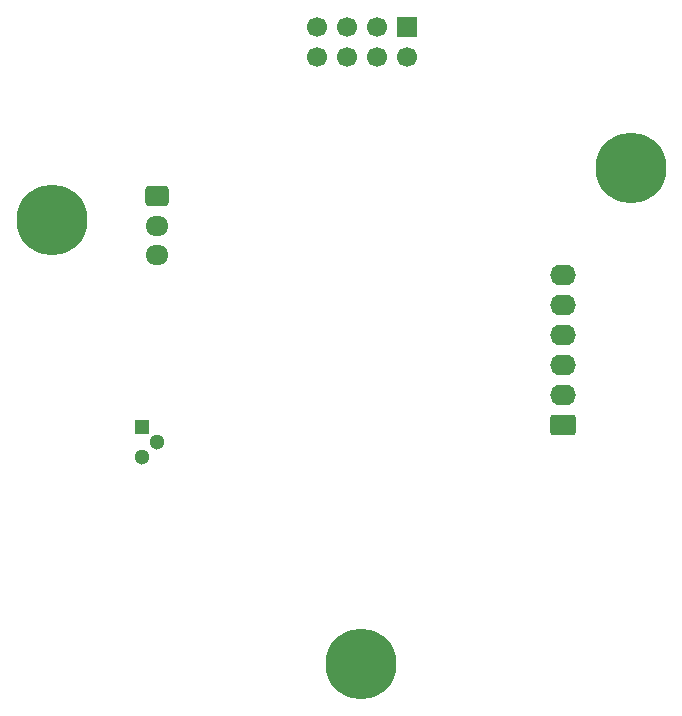
<source format=gbr>
%TF.GenerationSoftware,KiCad,Pcbnew,8.0.4*%
%TF.CreationDate,2024-08-09T17:27:33-06:00*%
%TF.ProjectId,radio,72616469-6f2e-46b6-9963-61645f706362,rev?*%
%TF.SameCoordinates,Original*%
%TF.FileFunction,Soldermask,Top*%
%TF.FilePolarity,Negative*%
%FSLAX46Y46*%
G04 Gerber Fmt 4.6, Leading zero omitted, Abs format (unit mm)*
G04 Created by KiCad (PCBNEW 8.0.4) date 2024-08-09 17:27:33*
%MOMM*%
%LPD*%
G01*
G04 APERTURE LIST*
G04 Aperture macros list*
%AMRoundRect*
0 Rectangle with rounded corners*
0 $1 Rounding radius*
0 $2 $3 $4 $5 $6 $7 $8 $9 X,Y pos of 4 corners*
0 Add a 4 corners polygon primitive as box body*
4,1,4,$2,$3,$4,$5,$6,$7,$8,$9,$2,$3,0*
0 Add four circle primitives for the rounded corners*
1,1,$1+$1,$2,$3*
1,1,$1+$1,$4,$5*
1,1,$1+$1,$6,$7*
1,1,$1+$1,$8,$9*
0 Add four rect primitives between the rounded corners*
20,1,$1+$1,$2,$3,$4,$5,0*
20,1,$1+$1,$4,$5,$6,$7,0*
20,1,$1+$1,$6,$7,$8,$9,0*
20,1,$1+$1,$8,$9,$2,$3,0*%
G04 Aperture macros list end*
%ADD10C,6.000000*%
%ADD11C,1.700000*%
%ADD12R,1.700000X1.700000*%
%ADD13RoundRect,0.250000X0.845000X-0.620000X0.845000X0.620000X-0.845000X0.620000X-0.845000X-0.620000X0*%
%ADD14O,2.190000X1.740000*%
%ADD15R,1.300000X1.300000*%
%ADD16C,1.300000*%
%ADD17RoundRect,0.250000X-0.725000X0.600000X-0.725000X-0.600000X0.725000X-0.600000X0.725000X0.600000X0*%
%ADD18O,1.950000X1.700000*%
G04 APERTURE END LIST*
D10*
%TO.C,tornillo1*%
X114026977Y-96610655D03*
%TD*%
%TO.C,tornillo2*%
X163051977Y-92160655D03*
%TD*%
%TO.C,tornillo3*%
X140176977Y-134135655D03*
%TD*%
D11*
%TO.C,Radio1*%
X136456977Y-82786155D03*
X136456977Y-80246155D03*
X138996977Y-82786155D03*
X138996977Y-80246155D03*
X141536977Y-82786155D03*
X141536977Y-80246155D03*
X144076977Y-82786155D03*
D12*
X144076977Y-80246155D03*
%TD*%
D13*
%TO.C,conectoresOut1*%
X157326977Y-113960655D03*
D14*
X157326977Y-111420655D03*
X157326977Y-108880655D03*
X157326977Y-106340655D03*
X157326977Y-103800655D03*
X157326977Y-101260655D03*
%TD*%
D15*
%TO.C,SensorTemperatura1*%
X121651977Y-114135655D03*
D16*
X122921977Y-115405655D03*
X121651977Y-116675655D03*
%TD*%
D17*
%TO.C,EntradaVoltaje1*%
X122901977Y-94560655D03*
D18*
X122901977Y-97060655D03*
X122901977Y-99560655D03*
%TD*%
M02*

</source>
